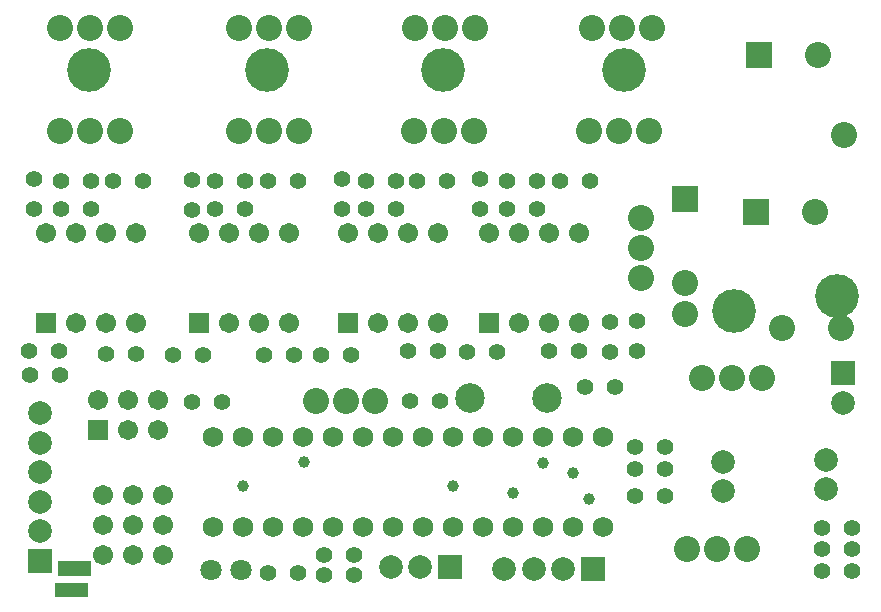
<source format=gts>
%FSLAX24Y24*%
%MOIN*%
%SFA1B1*%

%IPPOS*%
%ADD43C,0.078900*%
%ADD44R,0.078900X0.078900*%
%ADD45C,0.055200*%
%ADD46C,0.071000*%
%ADD47C,0.086700*%
%ADD48C,0.098600*%
%ADD49R,0.078900X0.078900*%
%ADD50R,0.067100X0.067100*%
%ADD51C,0.067100*%
%ADD52R,0.086700X0.086700*%
%ADD53C,0.145800*%
%ADD54R,0.067100X0.067100*%
%ADD55R,0.086700X0.086700*%
%ADD56C,0.068000*%
%ADD57C,0.039500*%
%LN2x-h-bridge-1*%
%LPD*%
G36*
X8465Y3504D02*
X7343D01*
Y3976*
X8465*
Y3504*
G37*
G36*
X8543Y4213D02*
X7461D01*
Y4724*
X8543*
Y4213*
G37*
G54D43*
X24291Y4459D03*
X23307D03*
X22323D03*
X19528Y4508D03*
X18543D03*
X29626Y7037D03*
Y8022D03*
X6850Y9646D03*
Y5709D03*
Y6693D03*
Y7677D03*
Y8661D03*
X33622Y9990D03*
X33051Y7116D03*
Y8100D03*
G54D44*
X25276Y4459D03*
X20512Y4508D03*
G54D45*
X12931Y10020D03*
X11931D03*
X14461Y4321D03*
X15461D03*
X20205Y10059D03*
X19205D03*
X6508Y10906D03*
X7508D03*
X26675Y7776D03*
X27675D03*
X26675Y8514D03*
X27675D03*
X26740Y12724D03*
Y11724D03*
X25871Y12675D03*
Y11675D03*
X8552Y16444D03*
X7552D03*
X13693D03*
X12693D03*
X18735D03*
X17735D03*
X23431D03*
X22431D03*
X9047Y11614D03*
X10047D03*
X19136Y11703D03*
X20136D03*
X23831Y11713D03*
X24831D03*
X6652Y17444D03*
Y16444D03*
X16911D03*
Y17444D03*
X21509D03*
Y16444D03*
X7552Y17394D03*
X8552D03*
X12693D03*
X13693D03*
X17735D03*
X18735D03*
X22431D03*
X23431D03*
X9302D03*
X10302D03*
X14443D03*
X15443D03*
X19435D03*
X20435D03*
X24181D03*
X25182D03*
X6498Y11713D03*
X7498D03*
X11281Y11585D03*
X12282D03*
X16232Y11594D03*
X17232D03*
X21104Y11673D03*
X22104D03*
X26675Y6890D03*
X27675D03*
X33925Y4370D03*
X32925D03*
X17331Y4242D03*
X16331D03*
X32925Y5817D03*
X33925D03*
X17331Y4931D03*
X16331D03*
X33925Y5118D03*
X32925D03*
X11909Y16429D03*
Y17429D03*
X25031Y10532D03*
X26031D03*
X14333Y11575D03*
X15333D03*
G54D46*
X12539Y4429D03*
X13539D03*
G54D47*
X18032Y10039D03*
X17047D03*
X16063D03*
X28423Y5102D03*
X29423D03*
X30423D03*
X28353Y12938D03*
X33643Y18920D03*
X26883Y16140D03*
Y15140D03*
Y14140D03*
X28349Y13996D03*
X31587Y12480D03*
X33571D03*
X7507Y22500D03*
X8507D03*
X9507D03*
X13485D03*
X14485D03*
X15485D03*
X19365D03*
X20365D03*
X21365D03*
X25244D03*
X26244D03*
X27244D03*
X7507Y19047D03*
X8507D03*
X9507D03*
X13485D03*
X14485D03*
X15485D03*
X25144D03*
X26144D03*
X27144D03*
X28935Y10817D03*
X29935D03*
X30935D03*
X19315Y19047D03*
X20315D03*
X21315D03*
X32776Y21575D03*
X32677Y16339D03*
G54D48*
X21201Y10138D03*
X23760D03*
G54D49*
X6850Y4724D03*
X33622Y10974D03*
G54D50*
X8780Y9075D03*
G54D51*
X8780Y10075D03*
X9780Y9075D03*
Y10075D03*
X10780Y9075D03*
Y10075D03*
X10052Y15644D03*
X9052D03*
X8052D03*
X7052D03*
X10052Y12644D03*
X9052D03*
X8052D03*
X15143Y15644D03*
X14143D03*
X13143D03*
X12143D03*
X15143Y12644D03*
X14143D03*
X13143D03*
X20135Y15644D03*
X19135D03*
X18135D03*
X17135D03*
X20135Y12644D03*
X19135D03*
X18135D03*
X24832Y15644D03*
X23832D03*
X22831D03*
X21832D03*
X24832Y12644D03*
X23832D03*
X22831D03*
X8945Y4902D03*
Y5902D03*
Y6902D03*
X9945Y4902D03*
Y5902D03*
Y6902D03*
X10945D03*
Y5902D03*
Y4902D03*
G54D52*
X28349Y16791D03*
G54D53*
X33422Y13563D03*
X14425Y21096D03*
X20305Y21097D03*
X26331D03*
X30000Y13041D03*
X8497Y21097D03*
G54D54*
X7052Y12644D03*
X12143D03*
X17135D03*
X21832D03*
G54D55*
X30807Y21575D03*
X30709Y16339D03*
G54D56*
X25630Y8858D03*
X24630D03*
X25630Y5858D03*
X24630D03*
X23630Y8858D03*
X22630D03*
X21630D03*
X20630D03*
X19630D03*
X18630D03*
X17630D03*
X16630D03*
X15630D03*
X14630D03*
X13630D03*
X12630D03*
X23630Y5858D03*
X22630D03*
X21630D03*
X17630D03*
X18630D03*
X19630D03*
X20630D03*
X12630D03*
X13630D03*
X14630D03*
X15630D03*
X16630D03*
G54D57*
X15669Y8031D03*
X24606Y7638D03*
X23622Y7992D03*
X25157Y6772D03*
X13622Y7205D03*
X22618Y6969D03*
X20610Y7205D03*
M02*
</source>
